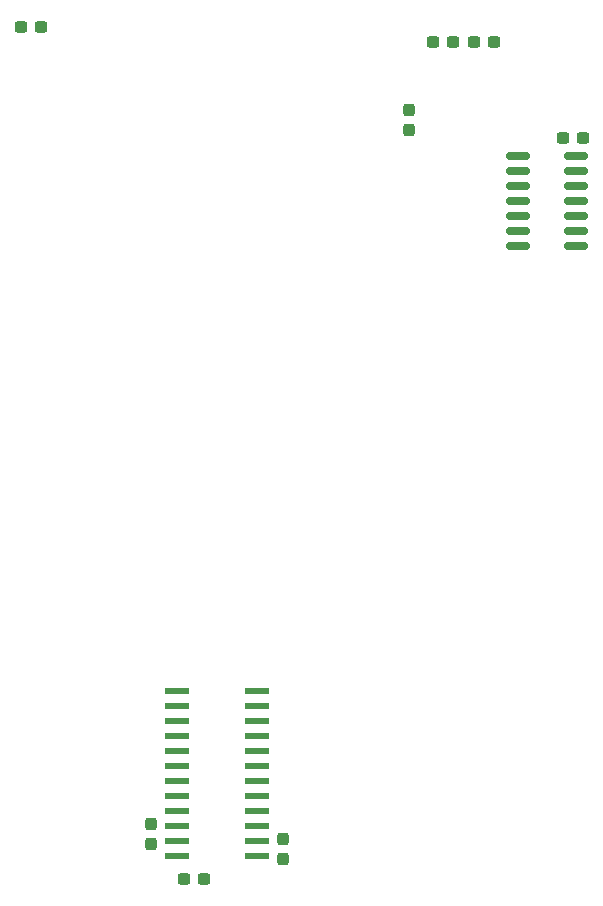
<source format=gbr>
%TF.GenerationSoftware,KiCad,Pcbnew,9.0.7*%
%TF.CreationDate,2026-02-16T00:58:25-05:00*%
%TF.ProjectId,ieee,69656565-2e6b-4696-9361-645f70636258,rev?*%
%TF.SameCoordinates,Original*%
%TF.FileFunction,Paste,Top*%
%TF.FilePolarity,Positive*%
%FSLAX46Y46*%
G04 Gerber Fmt 4.6, Leading zero omitted, Abs format (unit mm)*
G04 Created by KiCad (PCBNEW 9.0.7) date 2026-02-16 00:58:25*
%MOMM*%
%LPD*%
G01*
G04 APERTURE LIST*
G04 Aperture macros list*
%AMRoundRect*
0 Rectangle with rounded corners*
0 $1 Rounding radius*
0 $2 $3 $4 $5 $6 $7 $8 $9 X,Y pos of 4 corners*
0 Add a 4 corners polygon primitive as box body*
4,1,4,$2,$3,$4,$5,$6,$7,$8,$9,$2,$3,0*
0 Add four circle primitives for the rounded corners*
1,1,$1+$1,$2,$3*
1,1,$1+$1,$4,$5*
1,1,$1+$1,$6,$7*
1,1,$1+$1,$8,$9*
0 Add four rect primitives between the rounded corners*
20,1,$1+$1,$2,$3,$4,$5,0*
20,1,$1+$1,$4,$5,$6,$7,0*
20,1,$1+$1,$6,$7,$8,$9,0*
20,1,$1+$1,$8,$9,$2,$3,0*%
G04 Aperture macros list end*
%ADD10R,2.159000X0.558800*%
%ADD11RoundRect,0.237500X-0.237500X0.300000X-0.237500X-0.300000X0.237500X-0.300000X0.237500X0.300000X0*%
%ADD12RoundRect,0.150000X-0.825000X-0.150000X0.825000X-0.150000X0.825000X0.150000X-0.825000X0.150000X0*%
%ADD13RoundRect,0.237500X0.237500X-0.300000X0.237500X0.300000X-0.237500X0.300000X-0.237500X-0.300000X0*%
%ADD14RoundRect,0.237500X0.300000X0.237500X-0.300000X0.237500X-0.300000X-0.237500X0.300000X-0.237500X0*%
%ADD15RoundRect,0.237500X-0.300000X-0.237500X0.300000X-0.237500X0.300000X0.237500X-0.300000X0.237500X0*%
G04 APERTURE END LIST*
D10*
%TO.C,U6*%
X149936200Y-110363000D03*
X149936200Y-109093000D03*
X149936200Y-107823000D03*
X149936200Y-106553000D03*
X149936200Y-105283000D03*
X149936200Y-104013000D03*
X149936200Y-102743000D03*
X149936200Y-101473000D03*
X149936200Y-100203000D03*
X149936200Y-98933000D03*
X149936200Y-97663000D03*
X149936200Y-96393000D03*
X143179800Y-96393000D03*
X143179800Y-97663000D03*
X143179800Y-98933000D03*
X143179800Y-100203000D03*
X143179800Y-101473000D03*
X143179800Y-102743000D03*
X143179800Y-104013000D03*
X143179800Y-105283000D03*
X143179800Y-106553000D03*
X143179800Y-107823000D03*
X143179800Y-109093000D03*
X143179800Y-110363000D03*
%TD*%
D11*
%TO.C,C3*%
X152146000Y-108865500D03*
X152146000Y-110590500D03*
%TD*%
%TO.C,C1*%
X140970000Y-107595500D03*
X140970000Y-109320500D03*
%TD*%
D12*
%TO.C,U2*%
X172023000Y-51054000D03*
X172023000Y-52324000D03*
X172023000Y-53594000D03*
X172023000Y-54864000D03*
X172023000Y-56134000D03*
X172023000Y-57404000D03*
X172023000Y-58674000D03*
X176973000Y-58674000D03*
X176973000Y-57404000D03*
X176973000Y-56134000D03*
X176973000Y-54864000D03*
X176973000Y-53594000D03*
X176973000Y-52324000D03*
X176973000Y-51054000D03*
%TD*%
D13*
%TO.C,C4*%
X162814000Y-48868500D03*
X162814000Y-47143500D03*
%TD*%
D14*
%TO.C,C7*%
X177546000Y-49530000D03*
X175821000Y-49530000D03*
%TD*%
%TO.C,C2*%
X145489000Y-112268000D03*
X143764000Y-112268000D03*
%TD*%
%TO.C,C5*%
X131672500Y-40132000D03*
X129947500Y-40132000D03*
%TD*%
%TO.C,C6*%
X170026500Y-41402000D03*
X168301500Y-41402000D03*
%TD*%
D15*
%TO.C,C8*%
X164846000Y-41402000D03*
X166571000Y-41402000D03*
%TD*%
M02*

</source>
